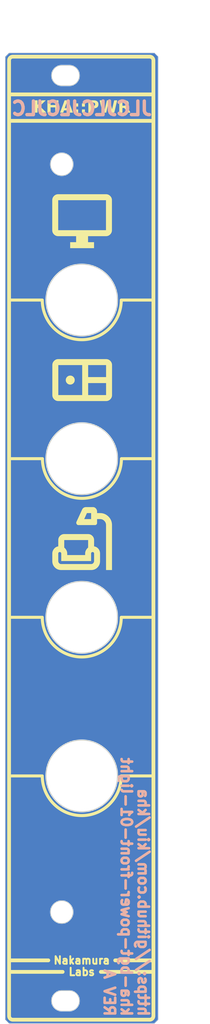
<source format=kicad_pcb>
(kicad_pcb (version 20221018) (generator pcbnew)
  (layers (0 "F.Cu" signal) (31 "B.Cu" signal) (34 "B.Paste" user) (35 "F.Paste" user) (36 "B.SilkS" user "B.Silkscreen") (37 "F.SilkS" user "F.Silkscreen") (38 "B.Mask" user) (39 "F.Mask" user) (44 "Edge.Cuts" user))
  (net 0 "")
  (gr_line (start 64.75 98.5) (end 60.5 98.5) (stroke (width 0.4)) (layer "F.SilkS"))
  (gr_arc (start 79.525 151.275001) (mid 79.378553 151.628554) (end 79.025 151.775001) (stroke (width 0.5)) (layer "F.SilkS"))
  (gr_line (start 67.46 145.441) (end 60.348 145.441) (stroke (width 0.5)) (layer "F.SilkS"))
  (gr_arc (start 75.25 98.5) (mid 70 103.75) (end 64.75 98.5) (stroke (width 0.4)) (layer "F.SilkS"))
  (gr_line (start 65.555 143.917) (end 60.348 143.917) (stroke (width 0.5)) (layer "F.SilkS"))
  (gr_line (start 79.525 24.774999) (end 79.525 151.275001) (stroke (width 0.5)) (layer "F.SilkS"))
  (gr_poly (pts (xy 73.272344 64.317421) (xy 73.312167 64.320153) (xy 73.351254 64.324707) (xy 73.389604 64.331083) (xy 73.427218 64.33928) (xy 73.464096 64.349299) (xy 73.500237 64.361139) (xy 73.535642 64.374801) (xy 73.57031 64.390284) (xy 73.604243 64.40759) (xy 73.637438 64.426716) (xy 73.669897 64.447665) (xy 73.70162 64.470435) (xy 73.732607 64.495026) (xy 73.762857 64.521439) (xy 73.792371 64.549674) (xy 73.820605 64.579188) (xy 73.847019 64.609438) (xy 73.87161 64.640424) (xy 73.89438 64.672147) (xy 73.915328 64.704607) (xy 73.934455 64.737802) (xy 73.95176 64.771734) (xy 73.967244 64.806403) (xy 73.980906 64.841807) (xy 73.992746 64.877949) (xy 74.002765 64.914826) (xy 74.010962 64.95244) (xy 74.017338 64.99079) (xy 74.021892 65.029877) (xy 74.024624 65.0697) (xy 74.025535 65.11026) (xy 74.025535 69.07901) (xy 74.024624 69.11957) (xy 74.021892 69.159393) (xy 74.017338 69.198479) (xy 74.010962 69.23683) (xy 74.002765 69.274444) (xy 73.992746 69.311321) (xy 73.980906 69.347462) (xy 73.967244 69.382867) (xy 73.95176 69.417536) (xy 73.934455 69.451468) (xy 73.915328 69.484663) (xy 73.89438 69.517122) (xy 73.87161 69.548845) (xy 73.847019 69.579832) (xy 73.820605 69.610082) (xy 73.792371 69.639595) (xy 73.762857 69.66783) (xy 73.732607 69.694243) (xy 73.70162 69.718835) (xy 73.669897 69.741605) (xy 73.637438 69.762553) (xy 73.604243 69.78168) (xy 73.57031 69.798985) (xy 73.535642 69.814468) (xy 73.500237 69.82813) (xy 73.464096 69.839971) (xy 73.427218 69.849989) (xy 73.389604 69.858187) (xy 73.351254 69.864562) (xy 73.312167 69.869116) (xy 73.272344 69.871849) (xy 73.231785 69.872759) (xy 66.881785 69.872759) (xy 66.841225 69.871849) (xy 66.801402 69.869116) (xy 66.762315 69.864562) (xy 66.723965 69.858187) (xy 66.686351 69.849989) (xy 66.649474 69.839971) (xy 66.613332 69.82813) (xy 66.577928 69.814468) (xy 66.543259 69.798985) (xy 66.509327 69.78168) (xy 66.476131 69.762553) (xy 66.443672 69.741605) (xy 66.411949 69.718835) (xy 66.380963 69.694243) (xy 66.350713 69.66783) (xy 66.321199 69.639595) (xy 66.292964 69.610082) (xy 66.266551 69.579832) (xy 66.24196 69.548845) (xy 66.21919 69.517122) (xy 66.198241 69.484663) (xy 66.179115 69.451468) (xy 66.16181 69.417536) (xy 66.146326 69.382867) (xy 66.132664 69.347462) (xy 66.120824 69.311321) (xy 66.110805 69.274444) (xy 66.102608 69.23683) (xy 66.096232 69.198479) (xy 66.091678 69.159393) (xy 66.088946 69.11957) (xy 66.088035 69.07901) (xy 66.088035 65.11026) (xy 66.881785 65.11026) (xy 66.881785 69.07901) (xy 70.056785 69.07901) (xy 70.056785 67.49151) (xy 70.850535 67.49151) (xy 70.850535 69.07901) (xy 73.231785 69.07901) (xy 73.231785 67.49151) (xy 70.850535 67.49151) (xy 70.056785 67.49151) (xy 70.056785 65.11026) (xy 70.850535 65.11026) (xy 70.850535 66.69776) (xy 73.231785 66.69776) (xy 73.231785 65.11026) (xy 70.850535 65.11026) (xy 70.056785 65.11026) (xy 66.881785 65.11026) (xy 66.088035 65.11026) (xy 66.088946 65.0697) (xy 66.091678 65.029877) (xy 66.096232 64.99079) (xy 66.102608 64.95244) (xy 66.110805 64.914826) (xy 66.120824 64.877949) (xy 66.132664 64.841807) (xy 66.146326 64.806403) (xy 66.16181 64.771734) (xy 66.179115 64.737802) (xy 66.198241 64.704607) (xy 66.21919 64.672147) (xy 66.24196 64.640424) (xy 66.266551 64.609438) (xy 66.292964 64.579188) (xy 66.321199 64.549674) (xy 66.350713 64.521439) (xy 66.380963 64.495026) (xy 66.411949 64.470435) (xy 66.443672 64.447665) (xy 66.476131 64.426716) (xy 66.509327 64.40759) (xy 66.543259 64.390284) (xy 66.577928 64.374801) (xy 66.613332 64.361139) (xy 66.649474 64.349299) (xy 66.686351 64.33928) (xy 66.723965 64.331083) (xy 66.762315 64.324707) (xy 66.801402 64.320153) (xy 66.841225 64.317421) (xy 66.881785 64.31651) (xy 73.231785 64.31651)) (fill solid) (layer "F.SilkS"))
  (gr_line (start 79.5 98.5) (end 75.25 98.5) (stroke (width 0.4)) (layer "F.SilkS"))
  (gr_line (start 64.772944 77.5) (end 60.522944 77.5) (stroke (width 0.4)) (layer "F.SilkS"))
  (gr_line (start 79.525 143.917) (end 74.445 143.917) (stroke (width 0.5)) (layer "F.SilkS"))
  (gr_line (start 79.5 119.5) (end 75.25 119.5) (stroke (width 0.4)) (layer "F.SilkS"))
  (gr_line (start 79.522944 77.5) (end 75.272944 77.5) (stroke (width 0.4)) (layer "F.SilkS"))
  (gr_line (start 64.75 119.5) (end 60.5 119.5) (stroke (width 0.4)) (layer "F.SilkS"))
  (gr_arc (start 60.340001 24.774999) (mid 60.486448 24.421447) (end 60.84 24.275) (stroke (width 0.5)) (layer "F.SilkS"))
  (gr_line (start 64.75 56.5) (end 60.5 56.5) (stroke (width 0.4)) (layer "F.SilkS"))
  (gr_arc (start 75.25 56.5) (mid 70 61.75) (end 64.75 56.5) (stroke (width 0.4)) (layer "F.SilkS"))
  (gr_arc (start 75.272944 77.5) (mid 70.022944 82.75) (end 64.772944 77.5) (stroke (width 0.4)) (layer "F.SilkS"))
  (gr_line (start 60.34 151.275) (end 60.34 24.775) (stroke (width 0.5)) (layer "F.SilkS"))
  (gr_poly (pts (xy 70.885848 87.482232) (xy 70.925671 87.484964) (xy 70.964758 87.489518) (xy 71.003108 87.495894) (xy 71.040722 87.504091) (xy 71.0776 87.51411) (xy 71.113741 87.52595) (xy 71.149146 87.539612) (xy 71.183814 87.555095) (xy 71.217746 87.5724) (xy 71.250942 87.591527) (xy 71.283401 87.612476) (xy 71.315124 87.635246) (xy 71.346111 87.659837) (xy 71.376361 87.68625) (xy 71.405875 87.714485) (xy 71.434109 87.743999) (xy 71.460522 87.774249) (xy 71.485114 87.805235) (xy 71.507884 87.836958) (xy 71.528832 87.869417) (xy 71.547959 87.902613) (xy 71.565264 87.936545) (xy 71.580748 87.971214) (xy 71.59441 88.006618) (xy 71.60625 88.04276) (xy 71.616269 88.079637) (xy 71.624466 88.117251) (xy 71.630842 88.155601) (xy 71.635395 88.194688) (xy 71.638128 88.234511) (xy 71.639039 88.275071) (xy 71.639039 89.108508) (xy 71.683145 89.116764) (xy 71.726165 89.126647) (xy 71.768101 89.138158) (xy 71.808951 89.151296) (xy 71.848716 89.166063) (xy 71.887396 89.182457) (xy 71.92499 89.200479) (xy 71.9615 89.220129) (xy 71.996924 89.241407) (xy 72.031263 89.264313) (xy 72.064517 89.288846) (xy 72.096685 89.315007) (xy 72.127769 89.342796) (xy 72.157767 89.372213) (xy 72.18668 89.403258) (xy 72.214508 89.43593) (xy 72.24094 89.469765) (xy 72.265667 89.504298) (xy 72.288689 89.539528) (xy 72.310006 89.575456) (xy 72.329617 89.612082) (xy 72.347523 89.649405) (xy 72.363723 89.687426) (xy 72.378219 89.726145) (xy 72.391008 89.765561) (xy 72.402093 89.805675) (xy 72.411472 89.846486) (xy 72.419146 89.887996) (xy 72.425115 89.930202) (xy 72.429378 89.973107) (xy 72.431936 90.016709) (xy 72.432789 90.061008) (xy 72.432789 91.053195) (xy 72.431452 91.115808) (xy 72.42744 91.177141) (xy 72.420755 91.237196) (xy 72.411395 91.295971) (xy 72.39936 91.353468) (xy 72.384652 91.409685) (xy 72.367269 91.464624) (xy 72.347212 91.518283) (xy 72.324481 91.570664) (xy 72.299076 91.621766) (xy 72.270996 91.671588) (xy 72.240242 91.720132) (xy 72.206814 91.767396) (xy 72.170711 91.813382) (xy 72.131935 91.858088) (xy 72.090484 91.901516) (xy 72.047056 91.942967) (xy 72.00235 91.981744) (xy 71.956364 92.017846) (xy 71.9091 92.051274) (xy 71.860556 92.082028) (xy 71.810733 92.110108) (xy 71.759632 92.135513) (xy 71.707251 92.158244) (xy 71.653592 92.178301) (xy 71.598653 92.195684) (xy 71.542436 92.210393) (xy 71.484939 92.222427) (xy 71.426164 92.231787) (xy 71.36611 92.238472) (xy 71.304776 92.242484) (xy 71.242164 92.243821) (xy 67.273414 92.243821) (xy 67.210801 92.242484) (xy 67.149468 92.238472) (xy 67.089414 92.231787) (xy 67.030638 92.222427) (xy 66.973142 92.210393) (xy 66.916924 92.195684) (xy 66.861986 92.178301) (xy 66.808326 92.158244) (xy 66.755946 92.135513) (xy 66.704844 92.110108) (xy 66.655021 92.082028) (xy 66.606478 92.051274) (xy 66.559213 92.017846) (xy 66.513228 91.981744) (xy 66.468521 91.942967) (xy 66.425094 91.901516) (xy 66.383643 91.858088) (xy 66.344866 91.813382) (xy 66.308764 91.767396) (xy 66.275335 91.720132) (xy 66.244581 91.671588) (xy 66.216502 91.621766) (xy 66.191096 91.570664) (xy 66.168365 91.518283) (xy 66.148308 91.464624) (xy 66.130926 91.409685) (xy 66.116217 91.353468) (xy 66.104183 91.295971) (xy 66.094823 91.237196) (xy 66.088137 91.177141) (xy 66.084126 91.115808) (xy 66.082789 91.053195) (xy 66.876539 91.053195) (xy 66.876965 91.071702) (xy 66.878244 91.090015) (xy 66.880376 91.108134) (xy 66.88336 91.126059) (xy 66.887197 91.143791) (xy 66.891887 91.161329) (xy 66.897429 91.178673) (xy 66.903824 91.195823) (xy 66.911072 91.212779) (xy 66.919172 91.229542) (xy 66.928125 91.246111) (xy 66.937931 91.262486) (xy 66.948589 91.278667) (xy 66.9601 91.294654) (xy 66.972463 91.310448) (xy 66.98568 91.326048) (xy 66.999593 91.341066) (xy 67.01405 91.355116) (xy 67.029049 91.368196) (xy 67.044591 91.380308) (xy 67.060675 91.39145) (xy 67.077302 91.401624) (xy 67.094471 91.410829) (xy 67.112183 91.419065) (xy 67.130438 91.426332) (xy 67.149235 91.43263) (xy 67.168575 91.437959) (xy 67.188458 91.442319) (xy 67.208883 91.445711) (xy 67.229851 91.448133) (xy 67.251361 91.449586) (xy 67.273414 91.450071) (xy 71.242164 91.450071) (xy 71.264217 91.449586) (xy 71.285727 91.448133) (xy 71.306695 91.445711) (xy 71.32712 91.442319) (xy 71.347002 91.437959) (xy 71.366342 91.43263) (xy 71.385139 91.426332) (xy 71.403394 91.419065) (xy 71.421106 91.410829) (xy 71.438276 91.401624) (xy 71.454903 91.39145) (xy 71.470987 91.380308) (xy 71.486528 91.368196) (xy 71.501528 91.355116) (xy 71.515984 91.341066) (xy 71.529898 91.326048) (xy 71.543114 91.310448) (xy 71.555478 91.294654) (xy 71.566989 91.278667) (xy 71.577647 91.262486) (xy 71.587453 91.246111) (xy 71.596406 91.229542) (xy 71.604506 91.212779) (xy 71.611754 91.195823) (xy 71.618148 91.178673) (xy 71.623691 91.161329) (xy 71.62838 91.143791) (xy 71.632217 91.126059) (xy 71.635202 91.108134) (xy 71.637333 91.090015) (xy 71.638612 91.071702) (xy 71.639039 91.053195) (xy 71.639039 90.061008) (xy 71.638826 90.049982) (xy 71.638186 90.039227) (xy 71.63712 90.028743) (xy 71.635628 90.01853) (xy 71.63371 90.008589) (xy 71.631365 89.998919) (xy 71.628594 89.98952) (xy 71.625396 89.980393) (xy 71.621772 89.971537) (xy 71.617722 89.962952) (xy 71.613246 89.954639) (xy 71.608343 89.946597) (xy 71.603014 89.938826) (xy 71.597258 89.931326) (xy 71.591076 89.924098) (xy 71.584468 89.917141) (xy 71.577511 89.910533) (xy 71.570283 89.904351) (xy 71.562784 89.898596) (xy 71.555013 89.893267) (xy 71.546971 89.888364) (xy 71.538657 89.883887) (xy 71.530072 89.879837) (xy 71.521216 89.876213) (xy 71.512089 89.873016) (xy 71.50269 89.870245) (xy 71.49302 89.8679) (xy 71.483079 89.865981) (xy 71.472867 89.864489) (xy 71.462383 89.863423) (xy 71.451627 89.862784) (xy 71.440601 89.862571) (xy 71.429575 89.862784) (xy 71.41882 89.863423) (xy 71.408336 89.864489) (xy 71.398123 89.865981) (xy 71.388182 89.8679) (xy 71.378512 89.870245) (xy 71.369114 89.873016) (xy 71.359986 89.876213) (xy 71.35113 89.879837) (xy 71.342545 89.883887) (xy 71.334232 89.888364) (xy 71.32619 89.893267) (xy 71.318419 89.898596) (xy 71.31092 89.904351) (xy 71.303691 89.910533) (xy 71.296734 89.917141) (xy 71.290126 89.924098) (xy 71.283944 89.931326) (xy 71.278189 89.938826) (xy 71.27286 89.946597) (xy 71.267957 89.954639) (xy 71.26348 89.962952) (xy 71.25943 89.971537) (xy 71.255806 89.980393) (xy 71.252609 89.98952) (xy 71.249838 89.998919) (xy 71.247493 90.008589) (xy 71.245574 90.01853) (xy 71.244082 90.028743) (xy 71.243016 90.039227) (xy 71.242377 90.049982) (xy 71.242164 90.061008) (xy 71.242164 91.053195) (xy 67.273414 91.053195) (xy 67.273414 90.061008) (xy 67.273201 90.049982) (xy 67.272561 90.039227) (xy 67.271495 90.028743) (xy 67.270003 90.01853) (xy 67.268085 90.008589) (xy 67.26574 89.998919) (xy 67.262969 89.98952) (xy 67.259771 89.980393) (xy 67.256148 89.971537) (xy 67.252097 89.962952) (xy 67.247621 89.954639) (xy 67.242718 89.946597) (xy 67.237389 89.938826) (xy 67.231634 89.931326) (xy 67.225452 89.924098) (xy 67.218844 89.917141) (xy 67.211887 89.910533) (xy 67.204658 89.904351) (xy 67.197159 89.898596) (xy 67.189388 89.893267) (xy 67.181346 89.888364) (xy 67.173032 89.883887) (xy 67.164448 89.879837) (xy 67.155592 89.876213) (xy 67.146464 89.873016) (xy 67.137066 89.870245) (xy 67.127396 89.8679) (xy 67.117454 89.865981) (xy 67.107242 89.864489) (xy 67.096758 89.863423) (xy 67.086003 89.862784) (xy 67.074976 89.862571) (xy 67.06395 89.862784) (xy 67.053195 89.863423) (xy 67.042711 89.864489) (xy 67.032498 89.865981) (xy 67.022557 89.8679) (xy 67.012887 89.870245) (xy 67.003489 89.873016) (xy 66.994361 89.876213) (xy 66.985505 89.879837) (xy 66.97692 89.883887) (xy 66.968607 89.888364) (xy 66.960565 89.893267) (xy 66.952794 89.898596) (xy 66.945294 89.904351) (xy 66.938066 89.910533) (xy 66.931109 89.917141) (xy 66.924501 89.924098) (xy 66.918319 89.931326) (xy 66.912564 89.938826) (xy 66.907235 89.946597) (xy 66.902332 89.954639) (xy 66.897855 89.962952) (xy 66.893805 89.971537) (xy 66.890181 89.980393) (xy 66.886984 89.98952) (xy 66.884213 89.998919) (xy 66.881868 90.008589) (xy 66.87995 90.01853) (xy 66.878457 90.028743) (xy 66.877392 90.039227) (xy 66.876752 90.049982) (xy 66.876539 90.061008) (xy 66.876539 91.053195) (xy 66.082789 91.053195) (xy 66.082789 90.061008) (xy 66.083642 90.020255) (xy 66.0862 89.979851) (xy 66.090463 89.939795) (xy 66.096432 89.900088) (xy 66.104105 89.86073) (xy 66.113485 89.821721) (xy 66.124569 89.78306) (xy 66.137359 89.744749) (xy 66.151855 89.706786) (xy 66.168055 89.669172) (xy 66.185961 89.631907) (xy 66.205572 89.59499) (xy 66.226889 89.558423) (xy 66.249911 89.522204) (xy 66.274638 89.486334) (xy 66.30107 89.450813) (xy 66.328898 89.416338) (xy 66.357811 89.383608) (xy 66.387809 89.352621) (xy 66.418892 89.323379) (xy 66.451061 89.295881) (xy 66.484315 89.270126) (xy 66.518654 89.246116) (xy 66.554078 89.22385) (xy 66.590587 89.203328) (xy 66.628182 89.18455) (xy 66.666862 89.167516) (xy 66.706627 89.152227) (xy 66.747477 89.138681) (xy 66.789412 89.126879) (xy 66.832433 89.116822) (xy 66.876539 89.108508) (xy 66.876539 88.275071) (xy 67.670289 88.275071) (xy 67.670289 89.267258) (xy 67.692342 89.286075) (xy 67.713852 89.305318) (xy 67.73482 89.324987) (xy 67.755245 89.345083) (xy 67.775127 89.365605) (xy 67.794467 89.386554) (xy 67.813265 89.407928) (xy 67.831519 89.429729) (xy 67.849231 89.451957) (xy 67.866401 89.47461) (xy 67.883028 89.49769) (xy 67.899112 89.521196) (xy 67.914654 89.545129) (xy 67.929653 89.569488) (xy 67.944109 89.594273) (xy 67.958023 89.619485) (xy 67.97124 89.645045) (xy 67.983603 89.670877) (xy 67.995114 89.69698) (xy 68.005772 89.723354) (xy 68.015578 89.75) (xy 68.024531 89.776917) (xy 68.032631 89.804105) (xy 68.039879 89.831565) (xy 68.046274 89.859296) (xy 68.051816 89.887298) (xy 68.056506 89.915571) (xy 68.060343 89.944116) (xy 68.063327 89.972932) (xy 68.065458 90.00202) (xy 68.066737 90.031378) (xy 68.067164 90.061008) (xy 68.067164 90.259446) (xy 70.448414 90.259446) (xy 70.448414 90.061008) (xy 70.44884 90.031378) (xy 70.450119 90.00202) (xy 70.452251 89.972932) (xy 70.455235 89.944116) (xy 70.459072 89.915571) (xy 70.463762 89.887298) (xy 70.469304 89.859296) (xy 70.475699 89.831565) (xy 70.482947 89.804105) (xy 70.491047 89.776917) (xy 70.5 89.75) (xy 70.509806 89.723354) (xy 70.520464 89.69698) (xy 70.531975 89.670877) (xy 70.544338 89.645045) (xy 70.557554 89.619485) (xy 70.571468 89.594273) (xy 70.585925 89.569488) (xy 70.600924 89.545129) (xy 70.616465 89.521196) (xy 70.63255 89.49769) (xy 70.649177 89.47461) (xy 70.666346 89.451957) (xy 70.684058 89.429729) (xy 70.702313 89.407928) (xy 70.72111 89.386554) (xy 70.74045 89.365605) (xy 70.760333 89.345083) (xy 70.780758 89.324987) (xy 70.801725 89.305318) (xy 70.823236 89.286075) (xy 70.845289 89.267258) (xy 70.845289 88.275071) (xy 67.670289 88.275071) (xy 66.876539 88.275071) (xy 66.87745 88.234511) (xy 66.880182 88.194688) (xy 66.884736 88.155601) (xy 66.891112 88.117251) (xy 66.899309 88.079637) (xy 66.909328 88.04276) (xy 66.921168 88.006618) (xy 66.93483 87.971214) (xy 66.950313 87.936545) (xy 66.967619 87.902613) (xy 66.986745 87.869417) (xy 67.007694 87.836958) (xy 67.030464 87.805235) (xy 67.055055 87.774249) (xy 67.081468 87.743999) (xy 67.109703 87.714485) (xy 67.139217 87.68625) (xy 67.169467 87.659837) (xy 67.200453 87.635246) (xy 67.232176 87.612476) (xy 67.264635 87.591527) (xy 67.297831 87.5724) (xy 67.331763 87.555095) (xy 67.366432 87.539612) (xy 67.401836 87.52595) (xy 67.437978 87.51411) (xy 67.474855 87.504091) (xy 67.512469 87.495894) (xy 67.55082 87.489518) (xy 67.589906 87.484964) (xy 67.629729 87.482232) (xy 67.670289 87.481321) (xy 70.845289 87.481321)) (fill solid) (layer "F.SilkS"))
  (gr_poly (pts (xy 68.5 66.5) (xy 68.530134 66.502035) (xy 68.559686 66.505426) (xy 68.588657 66.510174) (xy 68.617047 66.516279) (xy 68.644856 66.523739) (xy 68.672083 66.532557) (xy 68.698728 66.54273) (xy 68.724793 66.554261) (xy 68.750275 66.567147) (xy 68.775177 66.581391) (xy 68.799497 66.596991) (xy 68.823236 66.613947) (xy 68.846394 66.63226) (xy 68.86897 66.651929) (xy 68.890965 66.672955) (xy 68.91199 66.69495) (xy 68.93166 66.717526) (xy 68.949973 66.740684) (xy 68.966929 66.764422) (xy 68.982529 66.788743) (xy 68.996772 66.813644) (xy 69.009659 66.839127) (xy 69.021189 66.865192) (xy 69.031363 66.891837) (xy 69.04018 66.919064) (xy 69.047641 66.946873) (xy 69.053745 66.975262) (xy 69.058493 67.004233) (xy 69.061884 67.033786) (xy 69.063919 67.06392) (xy 69.064597 67.094635) (xy 69.063919 67.12535) (xy 69.061884 67.155484) (xy 69.058493 67.185036) (xy 69.053745 67.214007) (xy 69.047641 67.242397) (xy 69.04018 67.270205) (xy 69.031363 67.297433) (xy 69.021189 67.324078) (xy 69.009659 67.350143) (xy 68.996772 67.375625) (xy 68.982529 67.400527) (xy 68.966929 67.424847) (xy 68.949973 67.448586) (xy 68.93166 67.471744) (xy 68.91199 67.49432) (xy 68.890965 67.516315) (xy 68.86897 67.53734) (xy 68.846394 67.55701) (xy 68.823236 67.575322) (xy 68.799497 67.592279) (xy 68.775177 67.607878) (xy 68.750275 67.622122) (xy 68.724793 67.635009) (xy 68.698728 67.646539) (xy 68.672083 67.656713) (xy 68.644856 67.66553) (xy 68.617047 67.672991) (xy 68.588657 67.679095) (xy 68.559686 67.683843) (xy 68.530134 67.687234) (xy 68.5 67.689269) (xy 68.469285 67.689947) (xy 68.43857 67.689269) (xy 68.408436 67.687234) (xy 68.378883 67.683843) (xy 68.349912 67.679095) (xy 68.321523 67.672991) (xy 68.293714 67.66553) (xy 68.266487 67.656713) (xy 68.239842 67.646539) (xy 68.213777 67.635009) (xy 68.188294 67.622122) (xy 68.163393 67.607878) (xy 68.139073 67.592279) (xy 68.115334 67.575322) (xy 68.092176 67.55701) (xy 68.0696 67.53734) (xy 68.047605 67.516315) (xy 68.026579 67.49432) (xy 68.00691 67.471744) (xy 67.988597 67.448586) (xy 67.971641 67.424847) (xy 67.956041 67.400527) (xy 67.941798 67.375625) (xy 67.928911 67.350143) (xy 67.917381 67.324078) (xy 67.907207 67.297433) (xy 67.89839 67.270205) (xy 67.890929 67.242397) (xy 67.884825 67.214007) (xy 67.880077 67.185036) (xy 67.876685 67.155484) (xy 67.874651 67.12535) (xy 67.873972 67.094635) (xy 67.874651 67.06392) (xy 67.876685 67.033786) (xy 67.880077 67.004233) (xy 67.884825 66.975262) (xy 67.890929 66.946873) (xy 67.89839 66.919064) (xy 67.907207 66.891837) (xy 67.917381 66.865192) (xy 67.928911 66.839127) (xy 67.941798 66.813644) (xy 67.956041 66.788743) (xy 67.971641 66.764422) (xy 67.988597 66.740684) (xy 68.00691 66.717526) (xy 68.026579 66.69495) (xy 68.047605 66.672955) (xy 68.0696 66.651929) (xy 68.092176 66.63226) (xy 68.115334 66.613947) (xy 68.139073 66.596991) (xy 68.163393 66.581391) (xy 68.188294 66.567147) (xy 68.213777 66.554261) (xy 68.239842 66.54273) (xy 68.266487 66.532557) (xy 68.293714 66.523739) (xy 68.321523 66.516279) (xy 68.349912 66.510174) (xy 68.378883 66.505426) (xy 68.408436 66.502035) (xy 68.43857 66.5) (xy 68.469285 66.499322)) (fill solid) (layer "F.SilkS"))
  (gr_arc (start 79.025 24.274999) (mid 79.378553 24.421446) (end 79.525 24.774999) (stroke (width 0.5)) (layer "F.SilkS"))
  (gr_line (start 60.84 24.275) (end 79.025 24.274999) (stroke (width 0.5)) (layer "F.SilkS"))
  (gr_poly (pts (xy 71.509745 83.910144) (xy 71.53858 83.912237) (xy 71.566795 83.915725) (xy 71.59439 83.920608) (xy 71.621365 83.926887) (xy 71.64772 83.934561) (xy 71.673455 83.94363) (xy 71.69857 83.954094) (xy 71.723065 83.965954) (xy 71.746939 83.979209) (xy 71.770193 83.993859) (xy 71.792828 84.009905) (xy 71.814842 84.027346) (xy 71.836236 84.046182) (xy 71.85701 84.066413) (xy 71.877164 84.08804) (xy 71.896387 84.110597) (xy 71.914371 84.133618) (xy 71.931114 84.157105) (xy 71.946617 84.181057) (xy 71.96088 84.205474) (xy 71.973902 84.230357) (xy 71.985684 84.255704) (xy 71.996226 84.281516) (xy 72.005528 84.307794) (xy 72.01359 84.334536) (xy 72.020411 84.361744) (xy 72.025992 84.389417) (xy 72.030333 84.417554) (xy 72.033434 84.446157) (xy 72.035294 84.475225) (xy 72.035914 84.504758) (xy 72.035914 84.703196) (xy 72.432789 84.703196) (xy 72.513908 84.705018) (xy 72.593554 84.710482) (xy 72.671728 84.71959) (xy 72.748429 84.732342) (xy 72.823657 84.748736) (xy 72.897412 84.768773) (xy 72.969694 84.792454) (xy 73.040504 84.819778) (xy 73.109841 84.850745) (xy 73.177705 84.885355) (xy 73.244096 84.923609) (xy 73.309015 84.965506) (xy 73.37246 85.011045) (xy 73.434433 85.060228) (xy 73.494933 85.113055) (xy 73.553961 85.169524) (xy 73.61043 85.228551) (xy 73.663256 85.289052) (xy 73.712439 85.351024) (xy 73.757979 85.41447) (xy 73.799876 85.479389) (xy 73.838129 85.54578) (xy 73.87274 85.613644) (xy 73.903707 85.682981) (xy 73.931031 85.753791) (xy 73.954711 85.826073) (xy 73.974749 85.899828) (xy 73.991143 85.975056) (xy 74.003894 86.051757) (xy 74.013002 86.12993) (xy 74.018467 86.209577) (xy 74.020289 86.290696) (xy 74.020289 92.243821) (xy 73.226539 92.243821) (xy 73.226539 86.290696) (xy 73.225628 86.250136) (xy 73.222896 86.210313) (xy 73.218342 86.171226) (xy 73.211966 86.132876) (xy 73.203769 86.095262) (xy 73.19375 86.058385) (xy 73.18191 86.022243) (xy 73.168248 85.986839) (xy 73.152764 85.95217) (xy 73.135459 85.918238) (xy 73.116332 85.885042) (xy 73.095384 85.852583) (xy 73.072614 85.82086) (xy 73.048023 85.789874) (xy 73.021609 85.759624) (xy 72.993375 85.73011) (xy 72.963861 85.701875) (xy 72.933611 85.675462) (xy 72.902624 85.650871) (xy 72.870901 85.628101) (xy 72.838442 85.607152) (xy 72.805246 85.588026) (xy 72.771314 85.57072) (xy 72.736646 85.555237) (xy 72.701241 85.541575) (xy 72.6651 85.529735) (xy 72.628222 85.519716) (xy 72.590608 85.511519) (xy 72.552258 85.505143) (xy 72.513171 85.500589) (xy 72.473348 85.497857) (xy 72.432789 85.496946) (xy 72.035914 85.496946) (xy 72.035914 86.012883) (xy 72.035604 86.027611) (xy 72.034674 86.042029) (xy 72.033123 86.056137) (xy 72.030953 86.069934) (xy 72.028162 86.083422) (xy 72.024752 86.096599) (xy 72.020721 86.109467) (xy 72.01607 86.122024) (xy 72.010799 86.134271) (xy 72.004908 86.146209) (xy 71.998397 86.157836) (xy 71.991265 86.169153) (xy 71.983514 86.18016) (xy 71.975142 86.190857) (xy 71.96615 86.201244) (xy 71.956539 86.211321) (xy 71.946462 86.220933) (xy 71.936075 86.229924) (xy 71.925378 86.238296) (xy 71.914371 86.246047) (xy 71.903054 86.253179) (xy 71.891427 86.25969) (xy 71.879489 86.265581) (xy 71.867242 86.270852) (xy 71.854685 86.275503) (xy 71.841817 86.279534) (xy 71.82864 86.282944) (xy 71.815152 86.285735) (xy 71.801355 86.287905) (xy 71.787247 86.289456) (xy 71.772829 86.290386) (xy 71.758102 86.290696) (xy 69.535601 86.290696) (xy 69.518451 86.290114) (xy 69.501727 86.28837) (xy 69.48543 86.285464) (xy 69.469559 86.281394) (xy 69.454114 86.276162) (xy 69.439096 86.269767) (xy 69.424503 86.262209) (xy 69.410338 86.253489) (xy 69.396598 86.243606) (xy 69.383285 86.23256) (xy 69.370398 86.220351) (xy 69.357938 86.20698) (xy 69.345904 86.192446) (xy 69.334296 86.176749) (xy 69.323114 86.15989) (xy 69.312359 86.141868) (xy 69.302418 86.123303) (xy 69.293678 86.104816) (xy 69.28614 86.086406) (xy 69.279803 86.068074) (xy 69.274668 86.049819) (xy 69.270734 86.031642) (xy 69.268001 86.013542) (xy 69.26647 85.99552) (xy 69.266141 85.977575) (xy 69.267013 85.959708) (xy 69.269087 85.941919) (xy 69.272362 85.924207) (xy 69.276838 85.906572) (xy 69.282516 85.889015) (xy 69.289395 85.871535) (xy 69.297476 85.854133) (xy 69.463002 85.496946) (xy 70.329351 85.496946) (xy 71.242164 85.496946) (xy 71.242164 84.703196) (xy 70.686539 84.703196) (xy 70.329351 85.496946) (xy 69.463002 85.496946) (xy 70.051539 84.226946) (xy 70.060472 84.208594) (xy 70.06991 84.190747) (xy 70.079851 84.173403) (xy 70.090296 84.156563) (xy 70.101245 84.140227) (xy 70.112698 84.124394) (xy 70.124654 84.109066) (xy 70.137115 84.094241) (xy 70.150079 84.07992) (xy 70.163547 84.066103) (xy 70.177519 84.05279) (xy 70.191995 84.039981) (xy 70.206975 84.027675) (xy 70.222459 84.015874) (xy 70.238446 84.004576) (xy 70.254937 83.993782) (xy 70.271855 83.983569) (xy 70.289121 83.974016) (xy 70.306736 83.965121) (xy 70.3247 83.956885) (xy 70.343013 83.949308) (xy 70.361675 83.94239) (xy 70.380685 83.93613) (xy 70.400045 83.93053) (xy 70.419753 83.925588) (xy 70.43981 83.921306) (xy 70.460215 83.917682) (xy 70.48097 83.914717) (xy 70.502073 83.912411) (xy 70.523525 83.910764) (xy 70.545326 83.909775) (xy 70.567476 83.909446) (xy 71.480289 83.909446)) (fill solid) (layer "F.SilkS"))
  (gr_arc (start 75.25 119.5) (mid 70 124.75) (end 64.75 119.5) (stroke (width 0.4)) (layer "F.SilkS"))
  (gr_line (start 79.025 151.775001) (end 60.84 151.775) (stroke (width 0.5)) (layer "F.SilkS"))
  (gr_line (start 60.34 29.275) (end 79.525 29.275) (stroke (width 0.5)) (layer "F.SilkS"))
  (gr_poly (pts (xy 73.259309 42.48841) (xy 73.299132 42.491142) (xy 73.338219 42.495696) (xy 73.376569 42.502072) (xy 73.414183 42.510269) (xy 73.451061 42.520288) (xy 73.487202 42.532128) (xy 73.522607 42.54579) (xy 73.557275 42.561273) (xy 73.591208 42.578579) (xy 73.624403 42.597705) (xy 73.656862 42.618654) (xy 73.688585 42.641424) (xy 73.719572 42.666015) (xy 73.749822 42.692428) (xy 73.779336 42.720663) (xy 73.80757 42.750177) (xy 73.833984 42.780427) (xy 73.858575 42.811413) (xy 73.881345 42.843136) (xy 73.902293 42.875595) (xy 73.92142 42.908791) (xy 73.938725 42.942723) (xy 73.954209 42.977392) (xy 73.967871 43.012796) (xy 73.979711 43.048938) (xy 73.98973 43.085815) (xy 73.997927 43.123429) (xy 74.004303 43.16178) (xy 74.008857 43.200866) (xy 74.011589 43.240689) (xy 74.0125 43.281249) (xy 74.0125 47.249999) (xy 74.011589 47.290558) (xy 74.008857 47.330381) (xy 74.004303 47.369468) (xy 73.997927 47.407819) (xy 73.98973 47.445433) (xy 73.979711 47.48231) (xy 73.967871 47.518452) (xy 73.954209 47.553856) (xy 73.938725 47.588525) (xy 73.92142 47.622457) (xy 73.902293 47.655653) (xy 73.881345 47.688112) (xy 73.858575 47.719835) (xy 73.833984 47.750821) (xy 73.80757 47.781071) (xy 73.779336 47.810585) (xy 73.749822 47.83882) (xy 73.719572 47.865233) (xy 73.688585 47.889824) (xy 73.656862 47.912594) (xy 73.624403 47.933542) (xy 73.591208 47.952669) (xy 73.557275 47.969974) (xy 73.522607 47.985458) (xy 73.487202 47.99912) (xy 73.451061 48.01096) (xy 73.414183 48.020979) (xy 73.376569 48.029176) (xy 73.338219 48.035552) (xy 73.299132 48.040106) (xy 73.259309 48.042838) (xy 73.21875 48.043749) (xy 70.8375 48.043749) (xy 70.8375 48.837498) (xy 71.63125 48.837498) (xy 71.63125 49.631248) (xy 68.45625 49.631248) (xy 68.45625 48.837498) (xy 69.25 48.837498) (xy 69.25 48.043749) (xy 66.86875 48.043749) (xy 66.82819 48.042838) (xy 66.788367 48.040106) (xy 66.74928 48.035552) (xy 66.71093 48.029176) (xy 66.673316 48.020979) (xy 66.636439 48.01096) (xy 66.600297 47.99912) (xy 66.564893 47.985458) (xy 66.530224 47.969974) (xy 66.496292 47.952669) (xy 66.463096 47.933542) (xy 66.430637 47.912594) (xy 66.398914 47.889824) (xy 66.367928 47.865233) (xy 66.337678 47.83882) (xy 66.308164 47.810585) (xy 66.279929 47.781071) (xy 66.253516 47.750821) (xy 66.228925 47.719835) (xy 66.206155 47.688112) (xy 66.185206 47.655653) (xy 66.16608 47.622457) (xy 66.148775 47.588525) (xy 66.133291 47.553856) (xy 66.119629 47.518452) (xy 66.107789 47.48231) (xy 66.09777 47.445433) (xy 66.089573 47.407819) (xy 66.083197 47.369468) (xy 66.078643 47.330381) (xy 66.075911 47.290558) (xy 66.075 47.249999) (xy 66.075 43.281249) (xy 66.86875 43.281249) (xy 66.86875 47.249999) (xy 73.21875 47.249999) (xy 73.21875 43.281249) (xy 66.86875 43.281249) (xy 66.075 43.281249) (xy 66.075911 43.240689) (xy 66.078643 43.200866) (xy 66.083197 43.16178) (xy 66.089573 43.123429) (xy 66.09777 43.085815) (xy 66.107789 43.048938) (xy 66.119629 43.012796) (xy 66.133291 42.977392) (xy 66.148775 42.942723) (xy 66.16608 42.908791) (xy 66.185206 42.875595) (xy 66.206155 42.843136) (xy 66.228925 42.811413) (xy 66.253516 42.780427) (xy 66.279929 42.750177) (xy 66.308164 42.720663) (xy 66.337678 42.692428) (xy 66.367928 42.666015) (xy 66.398914 42.641424) (xy 66.430637 42.618654) (xy 66.463096 42.597705) (xy 66.496292 42.578579) (xy 66.530224 42.561273) (xy 66.564893 42.54579) (xy 66.600297 42.532128) (xy 66.636439 42.520288) (xy 66.673316 42.510269) (xy 66.71093 42.502072) (xy 66.74928 42.495696) (xy 66.788367 42.491142) (xy 66.82819 42.48841) (xy 66.86875 42.487499) (xy 73.21875 42.487499)) (fill solid) (layer "F.SilkS"))
  (gr_arc (start 60.84 151.775) (mid 60.486447 151.628553) (end 60.34 151.275) (stroke (width 0.5)) (layer "F.SilkS"))
  (gr_line (start 79.5 56.5) (end 75.25 56.5) (stroke (width 0.4)) (layer "F.SilkS"))
  (gr_line (start 60.34 32.775) (end 79.525 32.775) (stroke (width 0.5)) (layer "F.SilkS"))
  (gr_line (start 79.525 145.441) (end 72.54 145.441) (stroke (width 0.5)) (layer "F.SilkS"))
  (gr_line (start 59.84 151.775) (end 59.84 24.275) (stroke (width 0.05)) (layer "Edge.Cuts"))
  (gr_line (start 59.84 24.275) (end 60.34 23.775) (stroke (width 0.05)) (layer "Edge.Cuts"))
  (gr_line (start 67.34 28.125) (end 68.34 28.125) (stroke (width 0.1)) (layer "Edge.Cuts"))
  (gr_arc (start 68.34 25.425) (mid 69.69 26.775) (end 68.34 28.125) (stroke (width 0.1)) (layer "Edge.Cuts"))
  (gr_line (start 67.34 147.925) (end 68.34 147.925) (stroke (width 0.1)) (layer "Edge.Cuts"))
  (gr_arc (start 68.34 147.925) (mid 69.69 149.275) (end 68.34 150.625) (stroke (width 0.1)) (layer "Edge.Cuts"))
  (gr_line (start 60.34 23.775) (end 79.66 23.775) (stroke (width 0.05)) (layer "Edge.Cuts"))
  (gr_circle (center 70 56.5) (end 74.75 56.5) (stroke (width 0.15)) (fill none) (layer "Edge.Cuts"))
  (gr_arc (start 67.34 28.125) (mid 65.99 26.775) (end 67.34 25.425) (stroke (width 0.1)) (layer "Edge.Cuts"))
  (gr_circle (center 70 119.5) (end 74.75 119.5) (stroke (width 0.15)) (fill none) (layer "Edge.Cuts"))
  (gr_line (start 79.66 23.775) (end 80.16 24.275) (stroke (width 0.05)) (layer "Edge.Cuts"))
  (gr_circle (center 70 77.5) (end 74.75 77.5) (stroke (width 0.15)) (fill none) (layer "Edge.Cuts"))
  (gr_line (start 67.34 150.625) (end 68.34 150.625) (stroke (width 0.1)) (layer "Edge.Cuts"))
  (gr_line (start 67.34 25.425) (end 68.34 25.425) (stroke (width 0.1)) (layer "Edge.Cuts"))
  (gr_line (start 79.66 152.275) (end 80.16 151.775) (stroke (width 0.05)) (layer "Edge.Cuts"))
  (gr_circle (center 67.34 137.525) (end 68.84 137.525) (stroke (width 0.1)) (fill none) (layer "Edge.Cuts"))
  (gr_line (start 80.16 24.275) (end 80.16 151.775) (stroke (width 0.05)) (layer "Edge.Cuts"))
  (gr_line (start 79.66 152.275) (end 60.34 152.275) (stroke (width 0.05)) (layer "Edge.Cuts"))
  (gr_line (start 59.84 151.775) (end 60.34 152.275) (stroke (width 0.05)) (layer "Edge.Cuts"))
  (gr_arc (start 67.34 150.625) (mid 65.99 149.275) (end 67.34 147.925) (stroke (width 0.1)) (layer "Edge.Cuts"))
  (gr_circle (center 70 98.5) (end 74.75 98.5) (stroke (width 0.15)) (fill none) (layer "Edge.Cuts"))
  (gr_circle (center 67.34 38.525) (end 68.84 38.525) (stroke (width 0.1)) (fill none) (layer "Edge.Cuts"))
  (gr_text "JLCJLCJLCJLC" (at 70 31.141) (layer "B.SilkS") (effects (font (size 1.8 1.8) (thickness 0.45) bold) (justify mirror)))
  (gr_text "https://github.com/kiu/kha\nkha-bgt-power-front-01-light\nREV A" (at 79 151.5 270) (layer "B.SilkS") (effects (font (size 1.4 1.4) (thickness 0.35) bold) (justify left top mirror)))
  (gr_text "KHA::PWR" (at 70 31.025) (layer "F.SilkS") (effects (font (size 1.6 1.6) (thickness 0.25) bold)))
  (gr_text "Nakamura" (at 70 143.917) (layer "F.SilkS") (effects (font (size 1 1) (thickness 0.25))))
  (gr_text "Labs" (at 70 145.441) (layer "F.SilkS") (effects (font (size 1 1) (thickness 0.25))))
  (zone (net 0) (net_name "") (layers "F&B.Cu") (connect_pads (clearance 0.508)) (min_thickness 0.254) (fill yes (thermal_gap 0.508) (thermal_bridge_width 0.508) (island_removal_mode 1) (island_area_min 10))
    (polygon (pts (xy 80.16 152.275) (xy 59.84 152.275) (xy 59.84 23.775) (xy 80.16 23.775)))
  )
)
</source>
